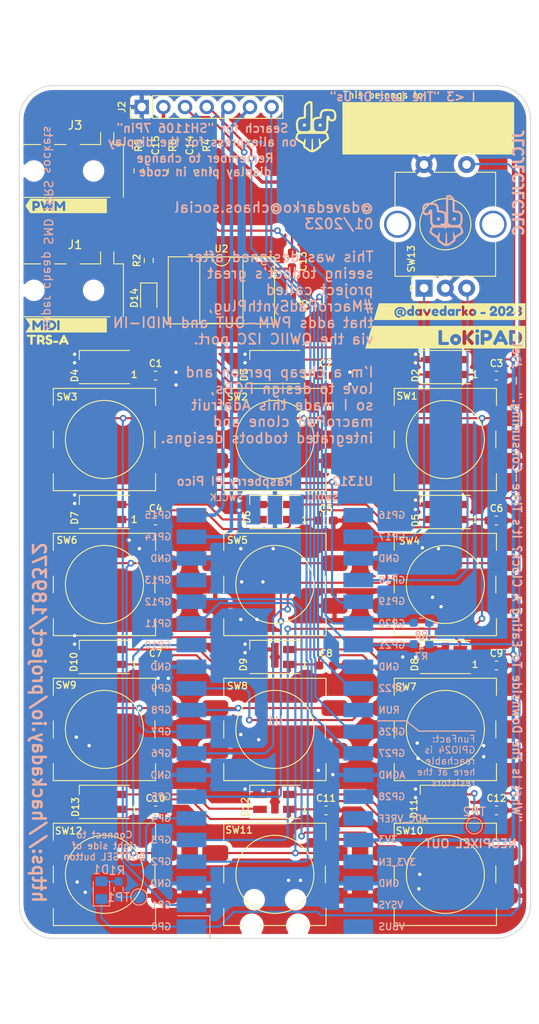
<source format=kicad_pcb>
(kicad_pcb (version 20211014) (generator pcbnew)
  (layers (0 "F.Cu" signal) (31 "B.Cu" signal) (34 "B.Paste" user) (35 "F.Paste" user) (36 "B.SilkS" user "B.Silkscreen") (37 "F.SilkS" user "F.Silkscreen") (38 "B.Mask" user) (39 "F.Mask" user) (44 "Edge.Cuts" user))
  (net 0 "")
  (net 1 "GP1")
  (net 2 "GND")
  (net 3 "GP4")
  (net 4 "GP7")
  (net 5 "GP10")
  (net 6 "GP2")
  (net 7 "GP5")
  (net 8 "GP8")
  (net 9 "GP11")
  (net 10 "GP3")
  (net 11 "GP6")
  (net 12 "GP9")
  (net 13 "GP12")
  (net 21 "Net-(D1-Pad2)")
  (net 22 "+5V")
  (net 23 "Net-(C13-Pad1)")
  (net 24 "Net-(D10-Pad2)")
  (net 25 "Net-(D2-Pad2)")
  (net 26 "Net-(D10-Pad4)")
  (net 27 "Net-(C14-Pad1)")
  (net 28 "Net-(C15-Pad2)")
  (net 29 "Net-(D6-Pad4)")
  (net 30 "VCC")
  (net 31 "USBBOOT")
  (net 32 "ROTB")
  (net 33 "ROTA")
  (net 34 "LED")
  (net 35 "DS_CLK")
  (net 36 "DS_DATA")
  (net 37 "DS_RES")
  (net 38 "DS_DC")
  (net 39 "DS_CS")
  (net 40 "SDA")
  (net 41 "SCL")
  (net 43 "Net-(D13-Pad4)")
  (net 44 "Net-(D11-Pad2)")
  (net 46 "Net-(D2-Pad4)")
  (net 47 "Net-(D3-Pad4)")
  (net 48 "Net-(D4-Pad4)")
  (net 49 "Net-(D5-Pad4)")
  (net 50 "Net-(D14-Pad1)")
  (net 51 "Net-(D12-Pad4)")
  (net 52 "Net-(D8-Pad4)")
  (net 53 "Net-(D11-Pad4)")
  (net 54 "Net-(J1-PadR1)")
  (net 55 "Net-(D14-Pad2)")
  (net 56 "Net-(R1-Pad2)")
  (footprint "LED_SMD:LED_SK6812MINI_PLCC4_3.5x3.5mm_P1.75mm" (layer "F.Cu") (at 10 67 180)
    (fp_text reference "D10")
    (fp_text value "WS2812B")
  )
  (footprint "kibuzzard-63D676B5" (layer "F.Cu") (at 50.5 26.5)
    (fp_text reference "kibuzzard-63D676B5" hide)
    (fp_text value "G***" hide)
  )
  (footprint "Resistor_SMD:R_0603_1608Metric_Pad0.98x0.95mm_HandSolder" (layer "F.Cu") (at 22 10 90)
    (fp_text reference "R4")
    (fp_text value "220")
  )
  (footprint "davedarko:SW_PUSH-12mm-SMD" (layer "F.Cu") (at 50 58.5)
    (fp_text reference "SW4")
    (fp_text value "SW_Push")
  )
  (footprint "Capacitor_SMD:C_0603_1608Metric_Pad1.08x0.95mm_HandSolder" (layer "F.Cu") (at 16 10 90)
    (fp_text reference "C15")
    (fp_text value "47uF")
  )
  (footprint "Package_DIP:DIP-6_W8.89mm_SMDSocket_LongPads" (layer "F.Cu") (at 23.725 24)
    (fp_text reference "U2")
    (fp_text value "H11L1")
  )
  (footprint "Capacitor_SMD:C_0603_1608Metric_Pad1.08x0.95mm_HandSolder" (layer "F.Cu") (at 56 34)
    (fp_text reference "C3")
    (fp_text value "100nF")
  )
  (footprint "Capacitor_SMD:C_0603_1608Metric_Pad1.08x0.95mm_HandSolder" (layer "F.Cu") (at 36 68)
    (fp_text reference "C8")
    (fp_text value "100nF")
  )
  (footprint "Capacitor_SMD:C_0603_1608Metric_Pad1.08x0.95mm_HandSolder" (layer "F.Cu") (at 56 68)
    (fp_text reference "C9")
    (fp_text value "100nF")
  )
  (footprint "davedarko:SW_PUSH-12mm-SMD" (layer "F.Cu") (at 30 92.5)
    (fp_text reference "SW11")
    (fp_text value "SW_Push")
  )
  (footprint "davedarko:SW_PUSH-12mm-SMD" (layer "F.Cu") (at 30 41.5)
    (fp_text reference "SW2")
    (fp_text value "SW_Push")
  )
  (footprint "Diode_SMD:D_0805_2012Metric_Pad1.15x1.40mm_HandSolder" (layer "F.Cu") (at 15.2 25 -90)
    (fp_text reference "D14")
    (fp_text value "1N4148")
  )
  (footprint "Capacitor_SMD:C_0603_1608Metric_Pad1.08x0.95mm_HandSolder" (layer "F.Cu") (at 36 85)
    (fp_text reference "C11")
    (fp_text value "100nF")
  )
  (footprint "kibuzzard-63E7EF8E" (layer "F.Cu") (at 3.35 29.8)
    (fp_text reference "kibuzzard-63E7EF8E" hide)
    (fp_text value "G***" hide)
  )
  (footprint "LED_SMD:LED_SK6812MINI_PLCC4_3.5x3.5mm_P1.75mm" (layer "F.Cu") (at 50 84 180)
    (fp_text reference "D11")
    (fp_text value "WS2812B")
  )
  (footprint "LED_SMD:LED_SK6812MINI_PLCC4_3.5x3.5mm_P1.75mm" (layer "F.Cu") (at 10 33 180)
    (fp_text reference "D4")
    (fp_text value "WS2812B")
  )
  (footprint "LED_SMD:LED_SK6812MINI_PLCC4_3.5x3.5mm_P1.75mm" (layer "F.Cu") (at 10 50 180)
    (fp_text reference "D7")
    (fp_text value "WS2812B")
  )
  (footprint "LED_SMD:LED_SK6812MINI_PLCC4_3.5x3.5mm_P1.75mm" (layer "F.Cu") (at 30 50 180)
    (fp_text reference "D6")
    (fp_text value "WS2812B")
  )
  (footprint "davedarko:SW_PUSH-12mm-SMD" (layer "F.Cu") (at 30 75.5)
    (fp_text reference "SW8")
    (fp_text value "SW_Push")
  )
  (footprint "Capacitor_SMD:C_0603_1608Metric_Pad1.08x0.95mm_HandSolder" (layer "F.Cu") (at 32 20.5 90)
    (fp_text reference "C13")
    (fp_text value "100nF")
  )
  (footprint "Resistor_SMD:R_0603_1608Metric_Pad0.98x0.95mm_HandSolder" (layer "F.Cu") (at 18 10 -90)
    (fp_text reference "R6")
    (fp_text value "1.8k")
  )
  (footprint "Rotary_Encoder:RotaryEncoder_Alps_EC11E-Switch_Vertical_H20mm_CircularMountingHoles" (layer "F.Cu") (at 47.5 23.75 90)
    (fp_text reference "SW13")
    (fp_text value "Rotary_Encoder_Switch")
  )
  (footprint "Capacitor_SMD:C_0603_1608Metric_Pad1.08x0.95mm_HandSolder" (layer "F.Cu") (at 56 85)
    (fp_text reference "C12")
    (fp_text value "100nF")
  )
  (footprint "davedarko:davedarko_logo_silk_outline" (layer "F.Cu") (at 34.8 4.8)
    (fp_text reference "Ref**" hide)
    (fp_text value "Val**" hide)
  )
  (footprint "LED_SMD:LED_SK6812MINI_PLCC4_3.5x3.5mm_P1.75mm" (layer "F.Cu") (at 50 67 180)
    (fp_text reference "D8")
    (fp_text value "WS2812B")
  )
  (footprint "Resistor_SMD:R_0603_1608Metric_Pad0.98x0.95mm_HandSolder" (layer "F.Cu") (at 14 10 90)
    (fp_text reference "R5")
    (fp_text value "100")
  )
  (footprint "Resistor_SMD:R_0603_1608Metric_Pad0.98x0.95mm_HandSolder" (layer "F.Cu") (at 15.2 20.5 -90)
    (fp_text reference "R2")
    (fp_text value "220")
  )
  (footprint "davedarko:SW_PUSH-12mm-SMD" (layer "F.Cu") (at 50 41.5)
    (fp_text reference "SW1")
    (fp_text value "SW_Push")
  )
  (footprint "davedarko:SW_PUSH-12mm-SMD" (layer "F.Cu") (at 10 92.5)
    (fp_text reference "SW12")
    (fp_text value "SW_Push")
  )
  (footprint "davedarko:SW_PUSH-12mm-SMD" (layer "F.Cu") (at 30 58.5)
    (fp_text reference "SW5")
    (fp_text value "SW_Push")
  )
  (footprint "LED_SMD:LED_SK6812MINI_PLCC4_3.5x3.5mm_P1.75mm" (layer "F.Cu") (at 30 67 180)
    (fp_text reference "D9")
    (fp_text value "WS2812B")
  )
  (footprint "davedarko:SW_PUSH-12mm-SMD" (layer "F.Cu") (at 10 58.5)
    (fp_text reference "SW6")
    (fp_text value "SW_Push")
  )
  (footprint "kibuzzard-63D6CFE9" (layer "F.Cu") (at 50 29.5)
    (fp_text reference "kibuzzard-63D6CFE9" hide)
    (fp_text value "G***" hide)
  )
  (footprint "LED_SMD:LED_SK6812MINI_PLCC4_3.5x3.5mm_P1.75mm" (layer "F.Cu") (at 30 84 180)
    (fp_text reference "D12")
    (fp_text value "WS2812B")
  )
  (footprint "Capacitor_SMD:C_0603_1608Metric_Pad1.08x0.95mm_HandSolder" (layer "F.Cu") (at 56 51)
    (fp_text reference "C6")
    (fp_text value "100nF")
  )
  (footprint "davedarko:Jack_3.5mm_PJ320D_Horizontal" (layer "F.Cu") (at 6.5 24)
    (fp_text reference "J1")
    (fp_text value "AudioJack4")
  )
  (footprint "Capacitor_SMD:C_0603_1608Metric_Pad1.08x0.95mm_HandSolder" (layer "F.Cu") (at 16 68)
    (fp_text reference "C7")
    (fp_text value "100nF")
  )
  (footprint "Capacitor_SMD:C_0603_1608Metric_Pad1.08x0.95mm_HandSolder" (layer "F.Cu") (at 36 51)
    (fp_text reference "C5")
    (fp_text value "100nF")
  )
  (footprint "kibuzzard-63D67702" (layer "F.Cu") (at 5.5 14.1)
    (fp_text reference "kibuzzard-63D67702" hide)
    (fp_text value "G***" hide)
  )
  (footprint "Capacitor_SMD:C_0603_1608Metric_Pad1.08x0.95mm_HandSolder" (layer "F.Cu") (at 20 10 -90)
    (fp_text reference "C14")
    (fp_text value "100nF")
  )
  (footprint "davedarko:SW_PUSH-12mm-SMD" (layer "F.Cu") (at 10 75.5)
    (fp_text reference "SW9")
    (fp_text value "SW_Push")
  )
  (footprint "kibuzzard-63D67711" (layer "F.Cu") (at 5.5 28.1)
    (fp_text reference "kibuzzard-63D67711" hide)
    (fp_text value "G***" hide)
  )
  (footprint "davedarko:SW_PUSH-12mm-SMD" (layer "F.Cu") (at 10 41.5)
    (fp_text reference "SW3")
    (fp_text value "SW_Push")
  )
  (footprint "Capacitor_SMD:C_0603_1608Metric_Pad1.08x0.95mm_HandSolder" (layer "F.Cu") (at 16 51)
    (fp_text reference "C4")
    (fp_text value "100nF")
  )
  (footprint "davedarko:SW_PUSH-12mm-SMD" (layer "F.Cu") (at 50 75.5)
    (fp_text reference "SW7")
    (fp_text value "SW_Push")
  )
  (footprint "davedarko:SW_PUSH-12mm-SMD" (layer "F.Cu") (at 50 92.5)
    (fp_text reference "SW10")
    (fp_text value "SW_Push")
  )
  (footprint "Capacitor_SMD:C_0603_1608Metric_Pad1.08x0.95mm_HandSolder" (layer "F.Cu") (at 36 34)
    (fp_text reference "C2")
    (fp_text value "100nF")
  )
  (footprint "Capacitor_SMD:C_0603_1608Metric_Pad1.08x0.95mm_HandSolder" (layer "F.Cu") (at 16 34)
    (fp_text reference "C1")
    (fp_text value "100nF")
  )
  (footprint "Capacitor_SMD:C_0603_1608Metric_Pad1.08x0.95mm_HandSolder" (layer "F.Cu") (at 16 85)
    (fp_text reference "C10")
    (fp_text value "100nF")
  )
  (footprint "LED_SMD:LED_SK6812MINI_PLCC4_3.5x3.5mm_P1.75mm" (layer "F.Cu") (at 30 33 180)
    (fp_text reference "D3")
    (fp_text value "WS2812B")
  )
  (footprint "davedarko:Jack_3.5mm_PJ320D_Horizontal" (layer "F.Cu") (at 6.5 10)
    (fp_text reference "J3")
    (fp_text value "AudioJack4")
  )
  (footprint "LED_SMD:LED_SK6812MINI_PLCC4_3.5x3.5mm_P1.75mm" (layer "F.Cu") (at 50 33 180)
    (fp_text reference "D2")
    (fp_text value "WS2812B")
  )
  (footprint "Connector_PinHeader_2.54mm:PinHeader_1x07_P2.54mm_Vertical" (layer "F.Cu") (at 14.375 2.5 90)
    (fp_text reference "J2")
    (fp_text value "Conn_01x07_Female")
  )
  (footprint "LED_SMD:LED_SK6812MINI_PLCC4_3.5x3.5mm_P1.75mm" (layer "F.Cu") (at 10 84 180)
    (fp_text reference "D13")
    (fp_text value "WS2812B")
  )
  (footprint "Resistor_SMD:R_0603_1608Metric_Pad0.98x0.95mm_HandSolder" (layer "F.Cu") (at 32 25.7 90)
    (fp_text reference "R3")
    (fp_text value "4.7k")
  )
  (footprint "LED_SMD:LED_SK6812MINI_PLCC4_3.5x3.5mm_P1.75mm" (layer "F.Cu") (at 50 50 180)
    (fp_text reference "D5")
    (fp_text value "WS2812B")
  )
  (footprint "Resistor_SMD:R_0603_1608Metric_Pad0.98x0.95mm_HandSolder" (layer "B.Cu") (at 11.6625 94.25 -90)
    (fp_text reference "R1")
    (fp_text value "220")
  )
  (footprint "Resistor_SMD:R_0603_1608Metric_Pad0.98x0.95mm_HandSolder" (layer "B.Cu") (at 47.2 62.99)
    (fp_text reference "R8")
    (fp_text value "4.7k")
  )
  (footprint "Resistor_SMD:R_0603_1608Metric_Pad0.98x0.95mm_HandSolder" (layer "B.Cu") (at 47.2 65.5)
    (fp_text reference "R7")
    (fp_text value "4.7k")
  )
  (footprint "Diode_SMD:D_0805_2012Metric_Pad1.15x1.40mm_HandSolder" (layer "B.Cu") (at 9.65 94.35 90)
    (fp_text reference "D1")
    (fp_text value "1N4148")
  )
  (footprint "TestPoint:TestPoint_Pad_D1.5mm" (layer "B.Cu") (at 14.05 95.15 180)
    (fp_text reference "TP1")
    (fp_text value "BOOTSEL")
  )
  (footprint "TestPoint:TestPoint_Pad_D1.5mm" (layer "B.Cu") (at 53.4 86.8 180)
    (fp_text reference "TP2")
    (fp_text value "NEOPIXEL_OUT")
  )
  (footprint "davedarko:davedarko_logo_silk_outline" (layer "B.Cu") (at 49.7 15.8 180)
    (fp_text reference "Ref**" hide)
    (fp_text value "Val**" hide)
  )
  (footprint "davedarko:RPi_Pico_SMD" (layer "B.Cu") (at 30 74.5)
    (fp_text reference "U1")
    (fp_text value "Pico")
  )
  (gr_line (start 45.4 74.5) (end 46.9 75.7) (layer "B.SilkS") (width 0.15))
  (gr_line (start 42.1 74.5) (end 45.4 74.5) (layer "B.SilkS") (width 0.15))
  (gr_line (start 46.9 75.7) (end 53.5 75.7) (layer "B.SilkS") (width 0.15))
  (gr_rect (start 38 2) (end 58 8) (layer "F.SilkS") (width 0.15) (fill solid))
  (gr_arc (start 56 0) (mid 58.828427 1.171573) (end 60 4) (layer "Edge.Cuts") (width 0.1))
  (gr_line (start 56 0) (end 4 0) (layer "Edge.Cuts") (width 0.1))
  (gr_arc (start 60 96) (mid 58.827987 98.827987) (end 56 100) (layer "Edge.Cuts") (width 0.1))
  (gr_line (start 60 4) (end 60 96) (layer "Edge.Cuts") (width 0.1))
  (gr_arc (start 4 100) (mid 1.174503 98.825496) (end 0 96) (layer "Edge.Cuts") (width 0.1))
  (gr_arc (start 0 4) (mid 1.171573 1.171573) (end 4 0) (layer "Edge.Cuts") (width 0.1))
  (gr_line (start 0 4) (end 0 96) (layer "Edge.Cuts") (width 0.1))
  (gr_line (start 56 100) (end 4 100) (layer "Edge.Cuts") (width 0.1))
  (gr_text "Search for {dblquote}SH1106 7Pin{dblquote}\non aliexpress for the display" (at 21.5 5.8) (layer "B.SilkS") (effects (font (size 1 1) (thickness 0.2)) (justify mirror)))
  (gr_text "FunFact:\nGPIO24 is\nreachable\nhere at the\nresistors" (at 53.6 79.2) (layer "B.SilkS") (effects (font (size 0.8 0.8) (thickness 0.12)) (justify left mirror)))
  (gr_text "@davedarko@chaos.social\n01/2023\n\nThis was designed after\nseeing todbot's great \nproject called\n#MacroPadSynthPlug,\nthat adds PWM-OUT and MIDI-IN\nvia the QWIIC I2C port.\n\nI'm a cheap person and\nlove to design PCBs,\nso I made this Adafruit\nmacroPad clone and \nintegrated todbots designs." (at 41.7 27.8) (layer "B.SilkS") (effects (font (size 1.2 1.2) (thickness 0.2)) (justify left mirror)))
  (gr_text "NEOPIXEL OUT" (at 53 88.9) (layer "B.SilkS") (effects (font (size 1 1) (thickness 0.2)) (justify mirror)))
  (gr_text "JLCJLCJLCJLC" (at 58.6 11.4 90) (layer "B.SilkS") (effects (font (size 1.2 1.2) (thickness 0.3)) (justify mirror)))
  (gr_text "{dblquote}What Is The Downside To Eating A Clock? It's Time-Consuming.{dblquote} - Joel" (at 58.4 86.5 270) (layer "B.SilkS") (effects (font (size 1 1) (thickness 0.2)) (justify left mirror)))
  (gr_text "Remember to change\ndisplay pins in code" (at 21.8 9.3) (layer "B.SilkS") (effects (font (size 1 1) (thickness 0.2)) (justify mirror)))
  (gr_text "I <3 {dblquote}The Last Of Us{dblquote}\n" (at 45 1.3) (layer "B.SilkS") (effects (font (size 1 1) (thickness 0.2)) (justify mirror)))
  (gr_text "super cheap SMD TRRS sockets" (at 3.4 16.7 270) (layer "B.SilkS") (effects (font (size 1 1)) (justify mirror)))
  (gr_text "Raspberry PI Pico" (at 25.3 46.4) (layer "B.SilkS") (effects (font (size 1 1) (thickness 0.2)) (justify mirror)))
  (gr_text "U1312" (at 39.1 46.4) (layer "B.SilkS") (effects (font (size 1 1) (thickness 0.2)) (justify mirror)))
  (gr_text "Connect to\nright side of\nBOOTSEL button" (at 10 89.15) (layer "B.SilkS") (effects (font (size 0.8 0.8)) (justify mirror)))
  (gr_text "https://hackaday.io/project/189372" (at 2.3 96 270) (layer "B.SilkS") (effects (font (size 1.5 1.5) (thickness 0.3)) (justify left mirror)))
  (gr_text "This belongs to:" (at 42.9 1.1) (layer "F.SilkS") (effects (font (size 0.8 0.8))))
  (segment (start 3 39) (end 17 39) (width 0.25) (layer "F.Cu") (net 1))
  (via (at 12.2 39) (size 0.8) (drill 0.4) (layers "F.Cu" "B.Cu") (net 1))
  (segment (start 17.25431 96.09) (end 12.150499 90.986189) (width 0.25) (layer "B.Cu") (net 1))
  (segment (start 12.150499 90.986189) (end 12.150499 39.049501) (width 0.25) (layer "B.Cu") (net 1))
  (segment (start 12.150499 39.049501) (end 12.2 39) (width 0.25) (layer "B.Cu") (net 1))
  (segment (start 21.11 96.09) (end 17.25431 96.09) (width 0.25) (layer "B.Cu") (net 1))
  (via (at 54.5 77.4) (size 0.8) (drill 0.4) (layers "F.Cu" "B.Cu") (net 2))
  (via (at 28.6 58.2) (size 0.8) (drill 0.4) (layers "F.Cu" "B.Cu") (net 2))
  (via (at 26.5 66.5) (size 0.8) (drill 0.4) (layers "F.Cu" "B.Cu") (net 2))
  (via (at 18.4 35.1) (size 0.8) (drill 0.4) (layers "F.Cu" "B.Cu") (net 2))
  (via (at 46.5 49.7) (size 0.8) (drill 0.4) (layers "F.Cu" "B.Cu") (net 2))
  (via (at 26 62.6) (size 0.8) (drill 0.4) (layers "F.Cu" "B.Cu") (net 2))
  (via (at 45 67) (size 0.8) (drill 0.4) (layers "F.Cu" "B.Cu") (net 2))
  (via (at 6.7 76.4) (size 0.8) (drill 0.4) (layers "F.Cu" "B.Cu") (net 2))
  (via (at 46.8 78.9) (size 0.8) (drill 0.4) (layers "F.Cu" "B.Cu") (net 2))
  (via (at 46.5 32.5) (size 0.8) (drill 0.4) (layers "F.Cu" "B.Cu") (net 2))
  (via (at 46.5 82.5) (size 0.8) (drill 0.4) (layers "F.Cu" "B.Cu") (net 2))
  (via (at 48.5 60) (size 0.8) (drill 0.4) (layers "F.Cu" "B.Cu") (net 2))
  (via (at 17.5 69.5) (size 0.8) (drill 0.4) (layers "F.Cu" "B.Cu") (net 2))
  (via (at 26 76.1) (size 0.8) (drill 0.4) (layers "F.Cu" "B.Cu") (net 2))
  (via (at 16.3 69.5) (size 0.8) (drill 0.4) (layers "F.Cu" "B.Cu") (net 2))
  (via (at 26 54.3) (size 0.8) (drill 0.4) (layers "F.Cu" "B.Cu") (net 2))
  (via (at 25.8 48.7) (size 0.8) (drill 0.4) (layers "F.Cu" "B.Cu") (net 2))
  (via (at 27.9 62.6) (size 0.8) (drill 0.4) (layers "F.Cu" "B.Cu") (net 2))
  (via (at 46.5 83.5) (size 0.8) (drill 0.4) (layers "F.Cu" "B.Cu") (net 2))
  (via (at 26.5 31.5) (size 0.8) (drill 0.4) (layers "F.Cu" "B.Cu") (net 2))
  (via (at 14.1 54.3) (size 0.8) (drill 0.4) (layers "F.Cu" "B.Cu") (net 2))
  (via (at 47 92.5) (size 0.8) (drill 0.4) (layers "F.Cu" "B.Cu") (net 2))
  (via (at 49.5 61.1) (size 0.8) (drill 0.4) (layers "F.Cu" "B.Cu") (net 2))
  (via (at 18.4 33.6) (size 0.8) (drill 0.4) (layers "F.Cu" "B.Cu") (net 2))
  (via (at 26.1 58.2) (size 0.8) (drill 0.4) (layers "F.Cu" "B.Cu") (net 2))
  (via (at 36.8 80.8) (size 0.8) (drill 0.4) (layers "F.Cu" "B.Cu") (net 2))
  (via (at 6.5 31.5) (size 0.8) (drill 0.4) (layers "F.Cu" "B.Cu") (net 2))
  (via (at 7.75 94.6) (size 0.8) (drill 0.4) (layers "F.Cu" "B.Cu") (net 2))
  (via (at 31.6 93.2) (size 0.8) (drill 0.4) (layers "F.Cu" "B.Cu") (net 2))
  (via (at 26.5 32.5) (size 0.8) (drill 0.4) (layers "F.Cu" "B.Cu") (net 2))
  (via (at 26.5 82.5) (size 0.8) (drill 0.4) (layers "F.Cu" "B.Cu") (net 2))
  (via (at 46.5 31.5) (size 0.8) (drill 0.4) (layers "F.Cu" "B.Cu") (net 2))
  (via (at 33 93.2) (size 0.8) (drill 0.4) (layers "F.Cu" "B.Cu") (net 2))
  (via (at 8.2 77.4) (size 0.8) (drill 0.4) (layers "F.Cu" "B.Cu") (net 2))
  (via (at 46.5 67.0245) (size 0.8) (drill 0.4) (layers "F.Cu" "B.Cu") (net 2))
  (via (at 35.1 80.3) (size 0.8) (drill 0.4) (layers "F.Cu" "B.Cu") (net 2))
  (via (at 28.596112 82.6655) (size 0.8) (drill 0.4) (layers "F.Cu" "B.Cu") (net 2))
  (via (at 46.9 94.2) (size 0.8) (drill 0.4) (layers "F.Cu" "B.Cu") (net 2))
  (via (at 49.2 54.3) (size 0.8) (drill 0.4) (layers "F.Cu" "B.Cu") (net 2))
  (via (at 47.3 54.2) (size 0.8) (drill 0.4) (layers "F.Cu" "B.Cu") (net 2))
  (via (at 46.5 48.6) (size 0.8) (drill 0.4) (layers "F.Cu" "B.Cu") (net 2))
  (via (at 6.5 64.5) (size 0.8) (drill 0.4) (layers "F.Cu" "B.Cu") (net 2))
  (via (at 6.8 93.4) (size 0.8) (drill 0.4) (layers "F.Cu" "B.Cu") (net 2))
  (via (at 29.8 54.3) (size 0.8) (drill 0.4) (layers "F.Cu" "B.Cu") (net 2))
  (via (at 38.8 33.6) (size 0.8) (drill 0.4) (layers "F.Cu" "B.Cu") (net 2))
  (via (at 6.5 48) (size 0.8) (drill 0.4) (layers "F.Cu" "B.Cu") (net 2))
  (via (at 6.5 32.5) (size 0.8) (drill 0.4) (layers "F.Cu" "B.Cu") (net 2))
  (via (at 28.1 76.7) (size 0.8) (drill 0.4) (layers "F.Cu" "B.Cu") (net 2))
  (via (at 25.8 49.8) (size 0.8) (drill 0.4) (layers "F.Cu" "B.Cu") (net 2))
  (via (at 26.5 65.5) (size 0.8) (drill 0.4) (layers "F.Cu" "B.Cu") (net 2))
  (via (at 12.9 53.3) (size 0.8) (drill 0.4) (layers "F.Cu" "B.Cu") (net 2))
  (via (at 6.5 65.5) (size 0.8) (drill 0.4) (layers "F.Cu" "B.Cu") (net 2))
  (via (at 6.5 49) (size 0.8) (drill 0.4) (layers "F.Cu" "B.Cu") (net 2))
  (via (at 46.7 77.1) (size 0.8) (drill 0.4) (layers "F.Cu" "B.Cu") (net 2))
  (via (at 54.5 78.7) (size 0.8) (drill 0.4) (layers "F.Cu" "B.Cu") (net 2))
  (via (at 38.8 35) (size 0.8) (drill 0.4) (layers "F.Cu" "B.Cu") (net 2))
  (segment (start 3 56) (end 16.8 56) (width 0.25) (layer "F.Cu") (net 3))
  (via (at 13.1 56) (size 0.8) (drill 0.4) (layers "F.Cu" "B.Cu") (net 3))
  (segment (start 15.87 85.93) (end 14.9 86.9) (width 0.25) (layer "B.Cu") (net 3))
  (segment (start 14.9 90.7) (end 14.2 91.4) (width 0.25) (layer "B.Cu") (net 3))
  (segment (start 13.2 91.4) (end 12.6 90.8) (width 0.25) (layer "B.Cu") (net 3))
  (segment (start 14.9 86.9) (end 14.9 90.7) (width 0.25) (layer "B.Cu") (net 3))
  (segment (start 12.6 90.8) (end 12.6 62.9) (width 0.25) (layer "B.Cu") (net 3))
  (segment (start 12.6 56.5) (end 13.1 56) (width 0.25) (layer "B.Cu") (net 3))
  (segment (start 14.2 91.4) (end 13.2 91.4) (width 0.25) (layer "B.Cu") (net 3))
  (segment (start 12.6 62.9) (end 12.6 56.5) (width 0.25) (layer "B.Cu") (net 3))
  (segment (start 21.11 85.93) (end 15.87 85.93) (width 0.25) (layer "B.Cu") (net 3))
  (segment (start 3 73) (end 16.5 73) (width 0.25) (layer "F.Cu") (net 4))
  (via (at 14.1 73) (size 0.8) (drill 0.4) (layers "F.Cu" "B.Cu") (net 4))
  (segment (start 21.11 75.77) (end 14.97 75.77) (width 0.25) (layer "B.Cu") (net 4))
  (segment (start 14.1 74.9) (end 14.1 73) (width 0.25) (layer "B.Cu") (net 4))
  (segment (start 14.97 75.77) (end 14.1 74.9) (width 0.25) (layer "B.Cu") (net 4))
  (segment (start 3 90) (end 17.2 90) (width 0.25) (layer "F.Cu") (net 5))
  (via (at 13.4 90) (size 0.8) (drill 0.4) (layers "F.Cu" "B.Cu") (net 5))
  (segment (start 13.3755 89.9755) (end 13.4 90) (width 0.25) (layer "B.Cu") (net 5))
  (segment (start 13.3755 66.9245) (end 13.3755 89.9755) (width 0.25) (layer "B.Cu") (net 5))
  (segment (start 21.11 65.61) (end 14.69 65.61) (width 0.25) (layer "B.Cu") (net 5))
  (segment (start 14.69 65.61) (end 13.3755 66.9245) (width 0.25) (layer "B.Cu") (net 5))
  (segment (start 23 39) (end 36.5 39) (width 0.25) (layer "F.Cu") (net 6))
  (via (at 33.440001 39) (size 0.8) (drill 0.4) (layers "F.Cu" "B.Cu") (net 6))
  (segment (start 33.59 91.01) (end 33.851497 90.748503) (width 0.25) (layer "B.Cu") (net 6))
  (segment (start 21.11 91.01) (end 33.59 91.01) (width 0.25) (layer "B.Cu") (net 6))
  (segment (start 33.715 39.274999) (end 33.440001 39) (width 0.25) (layer "B.Cu") (net 6))
  (segment (start 33.851497 67.558567) (end 33.715 67.42207) (width 0.25) (layer "B.Cu") (net 6))
  (segment (start 33.851497 90.748503) (end 33.851497 67.558567) (width 0.25) (layer "B.Cu") (net 6))
  (segment (start 33.715 67.42207) (end 33.715 39.274999) (width 0.25) (layer "B.Cu") (net 6))
  (segment (start 30.7 56) (end 30.7 62.8) (width 0.25) (layer "F.Cu") (net 7))
  (segment (start 23 56) (end 30.7 56) (width 0.25) (layer "F.Cu") (net 7))
  (segment (start 30.7 62.8) (end 30.712299 62.812299) (width 0.25) (layer "F.Cu") (net 7))
  (segment (start 30.7 56) (end 36.9 56) (width 0.25) (layer "F.Cu") (net 7))
  (via (at 30.712299 62.812299) (size 0.8) (drill 0.4) (layers "F.Cu" "B.Cu") (net 7))
  (segment (start 30.7 62.824598) (end 30.712299 62.812299) (width 0.25) (layer "B.Cu") (net 7))
  (segment (start 21.11 83.39) (end 30.51 83.39) (width 0.25) (layer "B.Cu") (net 7))
  (segment (start 30.51 83.39) (end 30.7 83.2) (width 0.25) (layer "B.Cu") (net 7))
  (segment (start 30.7 83.2) (end 30.7 62.824598) (width 0.25) (layer "B.Cu") (net 7))
  (segment (start 23 73) (end 36.7 73) (width 0.25) (layer "F.Cu") (net 8))
  (via (at 25.7 73) (size 0.8) (drill 0.4) (layers "F.Cu" "B.Cu") (net 8))
  (segment (start 25.7 73) (end 25.47 73.23) (width 0.25) (layer "B.Cu") (net 8))
  (segment (start 25.47 73.23) (end 21.11 73.23) (width 0.25) (layer "B.Cu") (net 8))
  (segment (start 23 90) (end 37.5 90) (width 0.25) (layer "F.Cu") (net 9))
  (via (at 32.4 90) (size 0.8) (drill 0.4) (layers "F.Cu" "B.Cu") (net 9))
  (segment (start 32.4 61.275402) (end 32.4 90) (width 0.25) (layer "B.Cu") (net 9))
  (segment (start 21.11 63.07) (end 23.5045 60.6755) (width 0.25) (layer "B.Cu") (net 9))
  (segment (start 31.800098 60.6755) (end 32.4 61.275402) (width 0.25) (layer "B.Cu") (net 9))
  (segment (start 23.5045 60.6755) (end 31.800098 60.6755) (width 0.25) (layer "B.Cu") (net 9))
  (segment (start 31.5 63.7) (end 53.1 63.7) (width 0.25) (layer "F.Cu") (net 10))
  (segment (start 43 39) (end 56.8 39) (width 0.25) (layer "F.Cu") (net 10))
  (segment (start 53.1 63.7) (end 54.3 62.5) (width 0.25) (layer "F.Cu") (net 10))
  (via (at 54.3 62.5) (size 0.8) (drill 0.4) (layers "F.Cu" "B.Cu") (net 10))
  (via (at 54.3 39) (size 0.8) (drill 0.4) (layers "F.Cu" "B.Cu") (net 10))
  (via (at 31.5 63.7) (size 0.8) (drill 0.4) (layers "F.Cu" "B.Cu") (net 10))
  (segment (start 31.5 77.9) (end 31.5 63.7) (width 0.25) (layer "B.Cu") (net 10))
  (segment (start 54.3 62.5) (end 54.3 39) (width 0.25) (layer "B.Cu") (net 10))
  (segment (start 31.5 88) (end 31.5 77.9) (width 0.25) (layer "B.Cu") (net 10))
  (segment (start 21.11 88.47) (end 31.03 88.47) (width 0.25) (layer "B.Cu") (net 10))
  (segment (start 31.03 88.47) (end 31.5 88) (width 0.25) (layer "B.Cu") (net 10))
  (segment (start 33 58.3) (end 42.6 58.3) (width 0.25) (layer "F.Cu") (net 11))
  (segment (start 31.5 59.8) (end 33 58.3) (width 0.25) (layer "F.Cu") (net 11))
  (segment (start 31.5 61.4) (end 31.5 59.8) (width 0.25) (layer "F.Cu") (net 11))
  (segment (start 43.1 57.8) (end 43.1 56.1) (width 0.25) (layer "F.Cu") (net 11))
  (segment (start 42.6 58.3) (end 43.1 57.8) (width 0.25) (layer "F.Cu") (net 11))
  (segment (start 43 56) (end 56.6 56) (width 0.25) (layer "F.Cu") (net 11))
  (via (at 31.5 61.4) (size 0.8) (drill 0.4) (layers "F.Cu" "B.Cu") (net 11))
  (segment (start 29.8 62.4) (end 30.8 61.4) (width 0.25) (layer "B.Cu") (net 11))
  (segment (start 29.8 77.4) (end 29.8 62.8) (width 0.25) (layer "B.Cu") (net 11))
  (segment (start 29.6 77.6) (end 29.8 77.4) (width 0.25) (layer "B.Cu") (net 11))
  (segment (start 29.8 62.8) (end 29.8 62.4) (width 0.25) (layer "B.Cu") (net 11))
  (segment (start 21.11 78.31) (end 28.89 78.31) (width 0.25) (layer "B.Cu") (net 11))
  (segment (start 30.8 61.4) (end 31.5 61.4) (width 0.25) (layer "B.Cu") (net 11))
  (segment (start 28.89 78.31) (end 29.6 77.6) (width 0.25) (layer "B.Cu") (net 11))
  (segment (start 43 73) (end 56.9 73) (width 0.25) (layer "F.Cu") (net 12))
  (segment (start 40.5 73) (end 43.1 73) (width 0.25) (layer "F.Cu") (net 12))
  (segment (start 27 74.4) (end 39.1 74.4) (width 0.25) (layer "F.Cu") (net 12))
  (segment (start 39.1 74.4) (end 40.5 73) (width 0.25) (layer "F.Cu") (net 12))
  (via (at 27 74.4) (size 0.8) (drill 0.4) (layers "F.Cu" "B.Cu") (net 12))
  (segment (start 21.11 70.69) (end 26.49 70.69) (width 0.25) (layer "B.Cu") (net 12))
  (segment (start 27 71.2) (end 27 74.4) (width 0.25) (layer "B.Cu") (net 12))
  (segment (start 26.49 70.69) (end 27 71.2) (width 0.25) (layer "B.Cu") (net 12))
  (segment (start 40.6 87.6) (end 33.546653 87.6) (width 0.25) (layer "F.Cu") (net 13))
  (segment (start 33.546653 87.6) (end 33.1245 88.022153) (width 0.25) (layer "F.Cu") (net 13))
  (segment (start 43 90) (end 40.6 87.6) (width 0.25) (layer "F.Cu") (net 13))
  (segment (start 43 90) (end 57 90) (width 0.25) (layer "F.Cu") (net 13))
  (via (at 33.1245 88.022153) (size 0.8) (drill 0.4) (layers "F.Cu" "B.Cu") (net 13))
  (segment (start 20.874001 60.225999) (end 31.986287 60.225999) (width 0.25) (layer "B.Cu") (net 13))
  (segment (start 31.986287 60.225999) (end 33.1245 61.364212) (width 0.25) (layer "B.Cu") (net 13))
  (segment (start 33.1245 61.364212) (end 33.1245 88.022153) (width 0.25) (layer "B.Cu") (net 13))
  (segment (start 11.625 93.325) (end 11.75 93.2) (width 0.25) (layer "B.Cu") (net 21))
  (segment (start 9.65 93.325) (end 11.625 93.325) (width 0.25) (layer "B.Cu") (net 21))
  (segment (start 32 24.0875) (end 32 24.8) (width 0.25) (layer "F.Cu") (net 23))
  (segment (start 28.17 21.46) (end 31.96 21.46) (width 0.25) (layer "F.Cu") (net 23))
  (segment (start 32 24.0875) (end 32 21.5) (width 0.25) (layer "F.Cu") (net 23))
  (segment (start 21.125 66.125) (end 22.9 67.9) (width 0.25) (layer "F.Cu") (net 24))
  (segment (start 11.75 66.125) (end 21.125 66.125) (width 0.25) (layer "F.Cu") (net 24))
  (segment (start 22.9 67.9) (end 28.3 67.9) (width 0.25) (layer "F.Cu") (net 24))
  (segment (start 51.1 30.7) (end 1.4 30.7) (width 0.25) (layer "F.Cu") (net 25))
  (segment (start 0.8 50.4) (end 1.3 50.9) (width 0.25) (layer "F.Cu") (net 25))
  (segment (start 51.75 31.35) (end 51.1 30.7) (width 0.25) (layer "F.Cu") (net 25))
  (segment (start 51.75 32.125) (end 51.75 31.35) (width 0.25) (layer "F.Cu") (net 25))
  (segment (start 1.4 30.7) (end 0.8 31.3) (width 0.25) (layer "F.Cu") (net 25))
  (segment (start 1.3 50.9) (end 8.4 50.9) (width 0.25) (layer "F.Cu") (net 25))
  (segment (start 0.8 31.3) (end 0.8 50.4) (width 0.25) (layer "F.Cu") (net 25))
  (segment (start 10.6 47.4) (end 10 48) (width 0.25) (layer "F.Cu") (net 26))
  (segment (start 50.8 47.4) (end 10.6 47.4) (width 0.25) (layer "F.Cu") (net 26))
  (segment (start 1.3 53.5) (end 0.8 54) (width 0.25) (layer "F.Cu") (net 26))
  (segment (start 0.8 67.2) (end 1.5 67.9) (width 0.25) (layer "F.Cu") (net 26))
  (segment (start 1.5 67.9) (end 8.3 67.9) (width 0.25) (layer "F.Cu") (net 26))
  (segment (start 10 48) (end 10 52.8) (width 0.25) (layer "F.Cu") (net 26))
  (segment (start 51.75 49.125) (end 51.75 48.35) (width 0.25) (layer "F.Cu") (net 26))
  (segment (start 0.8 54) (end 0.8 67.2) (width 0.25) (layer "F.Cu") (net 26))
  (segment (start 10 52.8) (end 9.3 53.5) (width 0.25) (layer "F.Cu") (net 26))
  (segment (start 9.3 53.5) (end 1.3 53.5) (width 0.25) (layer "F.Cu") (net 26))
  (segment (start 51.75 48.35) (end 50.8 47.4) (width 0.25) (layer "F.Cu") (net 26))
  (segment (start 22 9.0875) (end 20.0125 9.0875) (width 0.25) (layer "F.Cu") (net 27))
  (segment (start 16.8625 10) (end 19.2 10) (width 0.25) (layer "F.Cu") (net 27))
  (segment (start 16 10.8625) (end 16.8625 10) (width 0.25) (layer "F.Cu") (net 27))
  (segment (start 19.2 10) (end 20 9.2) (width 0.25) (layer "F.Cu") (net 27))
  (segment (start 14 10.9125) (end 15.9875 10.9125) (width 0.25) (layer "F.Cu") (net 27))
  (segment (start 16 7.5) (end 16 9) (width 0.25) (layer "F.Cu") (net 28))
  (segment (start 18 9.0875) (end 16.0125 9.0875) (width 0.25) (layer "F.Cu") (net 28))
  (segment (start 6.325 6.75) (end 10.25 6.75) (width 0.25) (layer "F.Cu") (net 28))
  (segment (start 10.325 6.75) (end 15.25 6.75) (width 0.25) (layer "F.Cu") (net 28))
  (segment (start 15.25 6.75) (end 16 7.5) (width 0.25) (layer "F.Cu") (net 28))
  (segment (start 28.25 50.875) (end 23.875 50.875) (width 0.25) (layer "F.Cu") (net 29))
  (segment (start 23.875 50.875) (end 22.125 49.125) (width 0.25) (layer "F.Cu") (net 29))
  (segment (start 11.75 49.125) (end 22.125 49.125) (width 0.25) (layer "F.Cu") (net 29))
  (segment (start 31.4 34.8) (end 24.7 34.8) (width 0.25) (layer "F.Cu") (net 30))
  (segment (start 31.75 68.65) (end 31.5 68.9) (width 0.25) (layer "F.Cu") (net 30))
  (segment (start 15.2 50.2) (end 15.2 50.9) (width 0.25) (layer "F.Cu") (net 30))
  (segment (start 51.4 69.1) (end 42.6 69.1) (width 0.25) (layer "F.Cu") (net 30))
  (segment (start 31.75 85.65) (end 31.4 86) (width 0.25) (layer "F.Cu") (net 30))
  (segment (start 31.75 51.65) (end 31.4 52) (width 0.25) (layer "F.Cu") (net 30))
  (segment (start 51.75 67.875) (end 51.75 68.75) (width 0.25) (layer "F.Cu") (net 30))
  (segment (start 51.3 35) (end 45.5 35) (width 0.25) (layer "F.Cu") (net 30))
  (segment (start 15.2 84.2) (end 15.2 85) (width 0.25) (layer "F.Cu") (net 30))
  (segment (start 42.6 69.1) (end 40.3 66.8) (width 0.25) (layer "F.Cu") (net 30))
  (segment (start 42.7 86.2) (end 40.4 83.9) (width 0.25) (layer "F.Cu") (net 30))
  (segment (start 15.2 33.1) (end 15.2 33.9) (width 0.25) (layer "F.Cu") (net 30))
  (segment (start 35.5 83.9) (end 35.2 84.2) (width 0.25) (layer "F.Cu") (net 30))
  (segment (start 15.6 49.8) (end 15.2 50.2) (width 0.25) (layer "F.Cu") (net 30))
  (segment (start 58 8.1) (end 58 32.0755) (width 0.4) (layer "F.Cu") (net 30))
  (segment (start 23.8 6.6) (end 25.1 7.9) (width 0.4) (layer "F.Cu") (net 30))
  (segment (start 22.9 68.9) (end 20.8 66.8) (width 0.25) (layer "F.Cu") (net 30))
  (segment (start 55.1375 68) (end 55.1375 67.0625) (width 0.25) (layer "F.Cu") (net 30))
  (segment (start 55.5 66.7) (end 57.9755 66.7) (width 0.25) (layer "F.Cu") (net 30))
  (segment (start 22.7 32.8) (end 15.5 32.8) (width 0.25) (layer "F.Cu") (net 30))
  (segment (start 31.9 7.7) (end 33.1 6.5) (width 0.4) (layer "F.Cu") (net 30))
  (segment (start 51.75 84.875) (end 51.75 85.65) (width 0.25) (layer "F.Cu") (net 30))
  (segment (start 51.75 33.875) (end 55.275 33.875) (width 0.25) (layer "F.Cu") (net 30))
  (segment (start 55.9 32.1) (end 57.9755 32.1) (width 0.25) (layer "F.Cu") (net 30))
  (segment (start 33.1 6.5) (end 56.6 6.5) (width 0.4) (layer "F.Cu") (net 30))
  (segment (start 28.5 11.3) (end 31.9 11.3) (width 0.4) (layer "F.Cu") (net 30))
  (segment (start 35.2 50.1) (end 35.2 50.9) (width 0.25) (layer "F.Cu") (net 30))
  (segment (start 15.5 32.8) (end 15.2 33.1) (width 0.25) (layer "F.Cu") (net 30))
  (segment (start 51.75 85.65) (end 51.2 86.2) (width 0.25) (layer "F.Cu") (net 30))
  (segment (start 15.7 83.7) (end 15.2 84.2) (width 0.25) (layer "F.Cu") (net 30))
  (segment (start 31.75 33.875) (end 34.875 33.875) (width 0.25) (layer "F.Cu") (net 30))
  (segment (start 55.1375 67.0625) (end 55.5 66.7) (width 0.25) (layer "F.Cu") (net 30))
  (segment (start 11.75 84.875) (end 14.975 84.875) (width 0.25) (layer "F.Cu") (net 30))
  (segment (start 23.9 52) (end 21.7 49.8) (width 0.25) (layer "F.Cu") (net 30))
  (segment (start 31.75 84.875) (end 31.75 85.65) (width 0.25) (layer "F.Cu") (net 30))
  (segment (start 32 19.6375) (end 32 11.4) (width 0.25) (layer "F.Cu") (net 30))
  (segment (start 56 83) (end 57.9755 83) (width 0.25) (layer "F.Cu") (net 30))
  (segment (start 25.1 7.9) (end 25.8 8.6) (width 0.4) (layer "F.Cu") (net 30))
  (segment (start 16.915 4.515) (end 18.9 6.5) (width 0.4) (layer "F.Cu") (net 30))
  (segment (start 55.1375 85) (end 55.1375 83.8625) (width 0.25) (layer "F.Cu") (net 30))
  (segment (start 31.9 11.3) (end 31.9 7.7) (width 0.4) (layer "F.Cu") (net 30))
  (segment (start 35.2 67.2) (end 35.2 67.8) (width 0.25) (layer "F.Cu") (net 30))
  (segment (start 51.5 51.8) (end 42.3 51.8) (width 0.25) (layer "F.Cu") (net 30))
  (segment (start 32 11.4) (end 31.9 11.3) (width 0.25) (layer "F.Cu") (net 30))
  (segment (start 35.2 33.2) (end 35.2 33.9) (width 0.25) (layer "F.Cu") (net 30))
  (segment (start 45.5 35) (end 43.2 32.7) (width 0.25) (layer "F.Cu") (net 30))
  (segment (start 11.75 67.875) (end 14.975 67.875) (width 0.25) (layer "F.Cu") (net 30))
  (segment (start 15.2 67.2) (end 15.2 67.9) (width 0.25) (layer "F.Cu") (net 30))
  (segment (start 55.1375 51) (end 55.1375 50.0625) (width 0.25) (layer "F.Cu") (net 30))
  (segment (start 16.915 2.5) (end 16.915 4.515) (width 0.4) (layer "F.Cu") (net 30))
  (segment (start 19 6.6) (end 23.1 6.6) (width 0.4) (layer "F.Cu") (net 30))
  (segment (start 25.8 8.6) (end 28.4 11.2) (width 0.4) (layer "F.Cu") (net 30))
  (segment (start 20.8 66.8) (end 15.6 66.8) (width 0.25) (layer "F.Cu") (net 30))
  (segment (start 51.75 34.55) (end 51.3 35) (width 0.25) (layer "F.Cu") (net 30))
  (segment (start 23.1 6.6) (end 23.8 6.6) (width 0.4) (layer "F.Cu") (net 30))
  (segment (start 31.75 33.875) (end 31.75 34.45) (width 0.25) (layer "F.Cu") (net 30))
  (segment (start 31.75 50.875) (end 31.75 51.65) (width 0.25) (layer "F.Cu") (net 30))
  (segment (start 31.75 67.875) (end 35.275 67.875) (width 0.25) (layer "F.Cu") (net 30))
  (segment (start 43.2 32.7) (end 35.7 32.7) (width 0.25) (layer "F.Cu") (net 30))
  (segment (start 51.75 50.875) (end 51.75 51.55) (width 0.25) (layer "F.Cu") (net 30))
  (segment (start 51.75 84.875) (end 55.075 84.875) (width 0.25) (layer "F.Cu") (net 30))
  (segment (start 31.4 86) (end 22.4 86) (width 0.25) (layer "F.Cu") (net 30))
  (segment (start 11.75 33.875) (end 14.975 33.875) (width 0.25) (layer "F.Cu") (net 30))
  (segment (start 55.1375 32.8625) (end 55.9 32.1) (width 0.25) (layer "F.Cu") (net 30))
  (segment (start 20.1 83.7) (end 15.7 83.7) (width 0.25) (layer "F.Cu") (net 30))
  (segment (start 35.7 32.7) (end 35.2 33.2) (width 0.25) (layer "F.Cu") (net 30))
  (segment (start 56.827269 48.372731) (end 57.9755 48.372731) (width 0.25) (layer "F.Cu") (net 30))
  (segment (start 22.4 86) (end 20.1 83.7) (width 0.25) (layer "F.Cu") (net 30))
  (segment (start 40.3 49.8) (end 35.5 49.8) (width 0.25) (layer "F.Cu") (net 30))
  (segment (start 51.75 50.875) (end 55.125 50.875) (width 0.25) (layer "F.Cu") (net 30))
  (segment (start 21.7 49.8) (end 15.6 49.8) (width 0.25) (layer "F.Cu") (net 30))
  (segment (start 15.6 66.8) (end 15.2 67.2) (width 0.25) (layer "F.Cu") (net 30))
  (segment (start 40.3 66.8) (end 35.6 66.8) (width 0.25) (layer "F.Cu") (net 30))
  (segment (start 51.75 67.875) (end 55.125 67.875) (width 0.25) (layer "F.Cu") (net 30))
  (segment (start 31.75 67.875) (end 31.75 68.65) (width 0.25) (layer "F.Cu") (net 30))
  (segment (start 31.75 50.875) (end 34.975 50.875) (width 0.25) (layer "F.Cu") (net 30))
  (segment (start 35.5 49.8) (end 35.2 50.1) (width 0.25) (layer "F.Cu") (net 30))
  (segment (start 55.1375 34) (end 55.1375 32.8625) (width 0.25) (layer "F.Cu") (net 30))
  (segment (start 55.1375 83.8625) (end 56 83) (width 0.25) (layer "F.Cu") (net 30))
  (segment (start 35.6 66.8) (end 35.2 67.2) (width 0.25) (layer "F.Cu") (net 30))
  (segment (start 51.75 33.875) (end 51.75 34.55) (width 0.25) (layer "F.Cu") (net 30))
  (segment (start 31.5 68.9) (end 22.9 68.9) (width 0.25) (layer "F.Cu") (net 30))
  (segment (start 31.75 34.45) (end 31.4 34.8) (width 0.25) (layer "F.Cu") (net 30))
  (segment (start 31.75 84.875) (end 35.075 84.875) (width 0.25) (layer "F.Cu") (net 30))
  (segment (start 35.2 84.2) (end 35.2 84.9) (width 0.25) (layer "F.Cu") (net 30))
  (segment (start 55.1375 50.0625) (end 56.827269 48.372731) (width 0.25) (layer "F.Cu") (net 30))
  (segment (start 28.4 11.2) (end 28.5 11.3) (width 0.4) (layer "F.Cu") (net 30))
  (segment (start 56.6 6.5) (end 58 8.1) (width 0.4) (layer "F.Cu") (net 30))
  (segment (start 58 32.0755) (end 57.9755 32.1) (width 0.4) (layer "F.Cu") (net 30))
  (segment (start 11.75 50.875) (end 14.575 50.875) (width 0.25) (layer "F.Cu") (net 30))
  (segment (start 51.2 86.2) (end 42.7 86.2) (width 0.25) (layer "F.Cu") (net 30))
  (segment (start 51.75 51.55) (end 51.5 51.8) (width 0.25) (layer "F.Cu") (net 30))
  (segment (start 51.75 68.75) (end 51.4 69.1) (width 0.25) (layer "F.Cu") (net 30))
  (segment (start 31.4 52) (end 23.9 52) (width 0.25) (layer "F.Cu") (net 30))
  (segment (start 18.9 6.5) (end 19 6.6) (width 0.4) (layer "F.Cu") (net 30))
  (segment (start 24.7 34.8) (end 22.7 32.8) (width 0.25) (layer "F.Cu") (net 30))
  (segment (start 40.4 83.9) (end 35.5 83.9) (width 0.25) (layer "F.Cu") (net 30))
  (segment (start 42.3 51.8) (end 40.3 49.8) (width 0.25) (layer "F.Cu") (net 30))
  (via (at 57.9755 83) (size 0.8) (drill 0.4) (layers "F.Cu" "B.Cu") (net 30))
  (via (at 57.9755 32.1) (size 0.8) (drill 0.4) (layers "F.Cu" "B.Cu") (net 30))
  (via (at 57.9755 48.372731) (size 0.8) (drill 0.4) (layers "F.Cu" "B.Cu") (net 30))
  (via (at 57.9755 66.7) (size 0.8) (drill 0.4) (layers "F.Cu" "B.Cu") (net 30))
  (segment (start 57.53 88.47) (end 57.9755 88.0245) (width 0.4) (layer "B.Cu") (net 30))
  (segment (start 57.9755 65.5755) (end 57.9755 48.372731) (width 0.4) (layer "B.Cu") (net 30))
  (segment (start 57.9755 32.1) (end 57.9755 48.372731) (width 0.4) (layer "B.Cu") (net 30))
  (segment (start 48.1125 62.99) (end 48.1125 65.4875) (width 0.25) (layer "B.Cu") (net 30))
  (segment (start 57.9755 88.0245) (end 57.9755 83) (width 0.4) (layer "B.Cu") (net 30))
  (segment (start 38.89 88.47) (end 57.53 88.47) (width 0.4) (layer "B.Cu") (net 30))
  (segment (start 57.9755 66.7) (end 57.9755 65.5755) (width 0.4) (layer "B.Cu") (net 30))
  (segment (start 57.9755 66.7) (end 57.9755 83) (width 0.4) (layer "B.Cu") (net 30))
  (segment (start 48.1125 65.5) (end 57.9 65.5) (width 0.25) (layer "B.Cu") (net 30))
  (segment (start 57.9 65.5) (end 57.9755 65.5755) (width 0.25) (layer "B.Cu") (net 30))
  (segment (start 35 96.9) (end 35.4 97.3) (width 0.25) (layer "B.Cu") (net 31))
  (segment (start 23.47 98.63) (end 25.2 96.9) (width 0.25) (layer "B.Cu") (net 31))
  (segment (start 58.7 10.5) (end 57.4 9.2) (width 0.25) (layer "B.Cu") (net 31))
  (segment (start 9.65 97.6) (end 9.65 95.35) (width 0.25) (layer "B.Cu") (net 31))
  (segment (start 35.4 97.3) (end 57.7 97.3) (width 0.25) (layer "B.Cu") (net 31))
  (segment (start 21.11 98.63) (end 23.47 98.63) (width 0.25) (layer "B.Cu") (net 31))
  (segment (start 25.2 96.9) (end 35 96.9) (width 0.25) (layer "B.Cu") (net 31))
  (segment (start 57.7 97.3) (end 58.7 96.3) (width 0.25) (layer "B.Cu") (net 31))
  (segment (start 10.68 98.63) (end 9.65 97.6) (width 0.25) (layer "B.Cu") (net 31))
  (segment (start 57.4 9.2) (end 52.5 9.2) (width 0.25) (layer "B.Cu") (net 31))
  (segment (start 21.11 98.63) (end 10.68 98.63) (width 0.25) (layer "B.Cu") (net 31))
  (segment (start 58.7 96.3) (end 58.7 10.5) (width 0.25) (layer "B.Cu") (net 31))
  (segment (start 38.89 57.99) (end 51.31 57.99) (width 0.25) (layer "B.Cu") (net 32))
  (segment (start 51.31 57.99) (end 52.6 56.7) (width 0.25) (layer "B.Cu") (net 32))
  (segment (start 52.6 56.7) (end 52.6 23.7) (width 0.25) (layer "B.Cu") (net 32))
  (segment (start 46.2 52.9) (end 39.9 52.9) (width 0.25) (layer "B.Cu") (net 33))
  (segment (start 47.5 51.6) (end 46.2 52.9) (width 0.25) (layer "B.Cu") (net 33))
  (segment (start 47.5 23.75) (end 47.5 51.6) (width 0.25) (layer "B.Cu") (net 33))
  (segment (start 26.4 7.8) (end 22.275 3.675) (width 0.25) (layer "F.Cu") (net 35))
  (segment (start 22.275 3.675) (end 20.575 3.675) (width 0.25) (layer "F.Cu") (net 35))
  (segment (start 20.575 3.675) (end 19.4 2.5) (width 0.25) (layer "F.Cu") (net 35))
  (via (at 26.4 7.8) (size 0.8) (drill 0.4) (layers "F.Cu" "B.Cu") (net 35))
  (segment (start 26.4 7) (end 26.8 6.6) (width 0.25) (layer "B.Cu") (net 35))
  (segment (start 34.614002 25.799866) (end 34.614002 67.049692) (width 0.25) (layer "B.Cu") (net 35))
  (segment (start 28.5 6.6) (end 29.001996 7.101996) (width 0.25) (layer "B.Cu") (net 35))
  (segment (start 29.001996 20.18786) (end 34.614002 25.799866) (width 0.25) (layer "B.Cu") (net 35))
  (segment (start 34.750499 67.186189) (end 34.750499 71.630499) (width 0.25) (layer "B.Cu") (net 35))
  (segment (start 26.8 6.6) (end 28.5 6.6) (width 0.25) (layer "B.Cu") (net 35))
  (segment (start 29.001996 7.101996) (end 29.001996 20.18786) (width 0.25) (layer "B.Cu") (net 35))
  (segment (start 26.4 7.8) (end 26.4 7) (width 0.25) (layer "B.Cu") (net 35))
  (segment (start 34.750499 71.630499) (end 38.89 75.77) (width 0.25) (layer "B.Cu") (net 35))
  (segment (start 34.614002 67.049692) (end 34.750499 67.186189) (width 0.25) (layer "B.Cu") (net 35))
  (segment (start 22 2.3) (end 27.22264 7.52264) (width 0.25) (layer "F.Cu") (net 36))
  (segment (start 27.22264 7.52264) (end 27.22264 8.5245) (width 0.25) (layer "F.Cu") (net 36))
  (via (at 27.22264 8.5245) (size 0.8) (drill 0.4) (layers "F.Cu" "B.Cu") (net 36))
  (segment (start 34.164501 25.986055) (end 27.22264 19.044194) (width 0.25) (layer "B.Cu") (net 36))
  (segment (start 34.300998 73.720998) (end 34.300998 67.372378) (width 0.25) (layer "B.Cu") (net 36))
  (segment (start 34.300998 67.372378) (end 34.164501 67.235881) (width 0.25) (layer "B.Cu") (net 36))
  (segment (start 27.22264 19.044194) (end 27.22264 8.5245) (width 0.25) (layer "B.Cu") (net 36))
  (segment (start 38.89 78.31) (end 34.300998 73.720998) (width 0.25) (layer "B.Cu") (net 36))
  (segment (start 34.164501 67.235881) (end 34.164501 25.986055) (width 0.25) (layer "B.Cu") (net 36))
  (segment (start 21.11 50.37) (end 22.93 50.37) (width 0.4) (layer "B.Cu") (net 37))
  (segment (start 23.9 3.1) (end 24.5 2.5) (width 0.4) (layer "B.Cu") (net 37))
  (segment (start 23.9 49.4) (end 23.9 3.1) (width 0.4) (layer "B.Cu") (net 37))
  (segment (start 22.93 50.37) (end 23.9 49.4) (width 0.4) (layer "B.Cu") (net 37))
  (segment (start 24.9 52.1) (end 24.9 4.8) (width 0.4) (layer "B.Cu") (net 38))
  (segment (start 21.11 52.91) (end 24.09 52.91) (width 0.4) (layer "B.Cu") (net 38))
  (segment (start 24.09 52.91) (end 24.9 52.1) (width 0.4) (layer "B.Cu") (net 38))
  (segment (start 24.9 4.8) (end 27.1 2.6) (width 0.4) (layer "B.Cu") (net 38))
  (segment (start 38.89 70.69) (end 35.063503 66.863503) (width 0.25) (layer "B.Cu") (net 39))
  (segment (start 29.5755 20.125674) (end 29.5755 2.5245) (width 0.25) (layer "B.Cu") (net 39))
  (segment (start 35.063503 66.863503) (end 35.063503 25.613677) (width 0.25) (layer "B.Cu") (net 39))
  (segment (start 35.063503 25.613677) (end 29.5755 20.125674) (width 0.25) (layer "B.Cu") (net 39))
  (segment (start 29.5755 2.5245) (end 29.6 2.5) (width 0.25) (layer "B.Cu") (net 39))
  (segment (start 30.3 17) (end 23.4 17) (width 0.25) (layer "F.Cu") (net 40))
  (segment (start 23.4 17) (end 22 15.6) (width 0.25) (layer "F.Cu") (net 40))
  (segment (start 22 15.6) (end 22 10.9) (width 0.25) (layer "F.Cu") (net 40))
  (via (at 30.3 17) (size 0.8) (drill 0.4) (layers "F.Cu" "B.Cu") (net 40))
  (segment (start 35.962505 22.662505) (end 30.3 17) (width 0.25) (layer "B.Cu") (net 40))
  (segment (start 35.962505 45.537495) (end 35.962505 27.537495) (width 0.25) (layer "B.Cu") (net 40))
  (segment (start 36.87 63.07) (end 35.962505 62.162505) (width 0.25) (layer "B.Cu") (net 40))
  (segment (start 35.962505 62.162505) (end 35.962505 45.537495) (width 0.25) (layer "B.Cu") (net 40))
  (segment (start 38.89 63.07) (end 46.27 63.07) (width 0.25) (layer "B.Cu") (net 40))
  (segment (start 38.89 63.07) (end 36.87 63.07) (width 0.25) (layer "B.Cu") (net 40))
  (segment (start 35.962505 27.537495) (end 35.962505 22.662505) (width 0.25) (layer "B.Cu") (net 40))
  (segment (start 28.17 26.54) (end 32.04 26.54) (width 0.25) (layer "F.Cu") (net 41))
  (segment (start 33.461586 26.54) (end 32.04 26.54) (width 0.25) (layer "F.Cu") (net 41))
  (segment (start 33.461586 26.54) (end 35.238005 24.763581) (width 0.25) (layer "F.Cu") (net 41))
  (via (at 35.238005 24.763581) (size 0.8) (drill 0.4) (layers "F.Cu" "B.Cu") (net 41))
  (segment (start 38.89 65.61) (end 45.99 65.61) (width 0.25) (layer "B.Cu") (net 41))
  (segment (start 35.513004 62.348694) (end 35.513004 25.03858) (width 0.25) (layer "B.Cu") (net 41))
  (segment (start 38.89 65.61) (end 38.77431 65.61) (width 0.25) (layer "B.Cu") (net 41))
  (segment (start 38.77431 65.61) (end 35.513004 62.348694) (width 0.25) (layer "B.Cu") (net 41))
  (segment (start 35.513004 25.03858) (end 35.238005 24.763581) (width 0.25) (layer "B.Cu") (net 41))
  (segment (start 0.8 71) (end 0.8 84) (width 0.25) (layer "F.Cu") (net 43))
  (segment (start 0.8 84) (end 1.6 84.8) (width 0.25) (layer "F.Cu") (net 43))
  (segment (start 10.5 64.7) (end 9.9 65.3) (width 0.25) (layer "F.Cu") (net 43))
  (segment (start 9.9 65.3) (end 9.9 69.5) (width 0.25) (layer "F.Cu") (net 43))
  (segment (start 1.6 84.8) (end 8.3 84.8) (width 0.25) (layer "F.Cu") (net 43))
  (segment (start 51.75 66.125) (end 51.75 65.35) (width 0.25) (layer "F.Cu") (net 43))
  (segment (start 51.75 65.35) (end 51.1 64.7) (width 0.25) (layer "F.Cu") (net 43))
  (segment (start 51.1 64.7) (end 10.5 64.7) (width 0.25) (layer "F.Cu") (net 43))
  (segment (start 9.9 69.5) (end 9.1 70.3) (width 0.25) (layer "F.Cu") (net 43))
  (segment (start 9.1 70.3) (end 1.5 70.3) (width 0.25) (layer "F.Cu") (net 43))
  (segment (start 1.5 70.3) (end 0.8 71) (width 0.25) (layer "F.Cu") (net 43))
  (segment (start 51.75 83.125) (end 53.275 83.125) (width 0.25) (layer "F.Cu") (net 44))
  (segment (start 53.275 83.125) (end 53.4 83) (width 0.25) (layer "F.Cu") (net 44))
  (via (at 53.4 83) (size 0.8) (drill 0.4) (layers "F.Cu" "B.Cu") (net 44))
  (segment (start 53.4 83) (end 53.4 86.8) (width 0.25) (layer "B.Cu") (net 44))
  (segment (start 44.125 32.125) (end 31.75 32.125) (width 0.25) (layer "F.Cu") (net 46))
  (segment (start 48.25 33.875) (end 45.875 33.875) (width 0.25) (layer "F.Cu") (net 46))
  (segment (start 45.875 33.875) (end 44.125 32.125) (width 0.25) (layer "F.Cu") (net 46))
  (segment (start 28.25 33.875) (end 24.875 33.875) (width 0.25) (layer "F.Cu") (net 47))
  (segment (start 11.75 32.125) (end 23.125 32.125) (width 0.25) (layer "F.Cu") (net 47))
  (segment (start 24.875 33.875) (end 23.125 32.125) (width 0.25) (layer "F.Cu") (net 47))
  (segment (start 19.2 37.2) (end 9.1 37.2) (width 0.25) (layer "F.Cu") (net 48))
  (segment (start 9.1 37.2) (end 8.3 36.4) (width 0.25) (layer "F.Cu") (net 48))
  (segment (start 36.7245 46.479791) (end 36.320209 46.479791) (width 0.25) (layer "F.Cu") (net 48))
  (segment (start 8.3 36.4) (end 8.3 33.9) (width 0.25) (layer "F.Cu") (net 48))
  (segment (start 20 45.7) (end 20 38) (width 0.25) (layer "F.Cu") (net 48))
  (segment (start 20.9 46.6) (end 20 45.7) (width 0.25) (layer "F.Cu") (net 48))
  (segment (start 36.320209 46.479791) (end 36.2 46.6) (width 0.25) (layer "F.Cu") (net 48))
  (segment (start 36.2 46.6) (end 20.9 46.6) (width 0.25) (layer "F.Cu") (net 48))
  (segment (start 20 38) (end 19.2 37.2) (width 0.25) (layer "F.Cu") (net 48))
  (via (at 36.7245 46.479791) (size 0.8) (drill 0.4) (layers "F.Cu" "B.Cu") (net 48))
  (segment (start 37.7 60.6) (end 36.7 59.7) (width 0.25) (layer "B.Cu") (net 48))
  (segment (start 37.7 60.6) (end 39 60.6) (width 0.25) (layer "B.Cu") (net 48))
  (segment (start 36.7 59.7) (end 36.7245 46.479791) (width 0.25) (layer "B.Cu") (net 48))
  (segment (start 31.75 49.125) (end 40.725 49.125) (width 0.25) (layer "F.Cu") (net 49))
  (segment (start 40.725 49.125) (end 42.5 50.9) (width 0.25) (layer "F.Cu") (net 49))
  (segment (start 42.5 50.9) (end 48.3 50.9) (width 0.25) (layer "F.Cu") (net 49))
  (segment (start 15.2 23.975) (end 15.2 21.4) (width 0.25) (layer "F.Cu") (net 50))
  (segment (start 15.2 21.4125) (end 18.7875 21.4125) (width 0.25) (layer "F.Cu") (net 50))
  (segment (start 22.3 84.8) (end 28.2 84.8) (width 0.25) (layer "F.Cu") (net 51))
  (segment (start 11.75 83.125) (end 20.625 83.125) (width 0.25) (layer "F.Cu") (net 51))
  (segment (start 20.625 83.125) (end 22.3 84.8) (width 0.25) (layer "F.Cu") (net 51))
  (segment (start 40.925 66.125) (end 42.7 67.9) (width 0.25) (layer "F.Cu") (net 52))
  (segment (start 42.7 67.9) (end 48.3 67.9) (width 0.25) (layer "F.Cu") (net 52))
  (segment (start 31.75 66.125) (end 40.925 66.125) (width 0.25) (layer "F.Cu") (net 52))
  (segment (start 31.75 83.125) (end 40.625 83.125) (width 0.25) (layer "F.Cu") (net 53))
  (segment (start 42.4 84.9) (end 48.4 84.9) (width 0.25) (layer "F.Cu") (net 53))
  (segment (start 40.625 83.125) (end 42.4 84.9) (width 0.25) (layer "F.Cu") (net 53))
  (segment (start 15.2 19.5875) (end 15.2 18.6) (width 0.25) (layer "F.Cu") (net 54))
  (segment (start 14.6 18) (end 7 18) (width 0.25) (layer "F.Cu") (net 54))
  (segment (start 7 18) (end 6.3 18.7) (width 0.25) (layer "F.Cu") (net 54))
  (segment (start 6.3 18.7) (end 6.3 20.8) (width 0.25) (layer "F.Cu") (net 54))
  (segment (start 15.2 18.6) (end 14.6 18) (width 0.25) (layer "F.Cu") (net 54))
  (segment (start 13.525 26.025) (end 13.1 25.6) (width 0.25) (layer "F.Cu") (net 55))
  (segment (start 17.1 24) (end 19.2 24) (width 0.25) (layer "F.Cu") (net 55))
  (segment (start 15.2 26.025) (end 13.525 26.025) (width 0.25) (layer "F.Cu") (net 55))
  (segment (start 16.7 25.7) (end 16.7 24.4) (width 0.25) (layer "F.Cu") (net 55))
  (segment (start 13.1 25.6) (end 13.1 21.2) (width 0.25) (layer "F.Cu") (net 55))
  (segment (start 16.7 24.4) (end 17.1 24) (width 0.25) (layer "F.Cu") (net 55))
  (segment (start 12.7 20.8) (end 10.4 20.8) (width 0.25) (layer "F.Cu") (net 55))
  (segment (start 13.1 21.2) (end 12.7 20.8) (width 0.25) (layer "F.Cu") (net 55))
  (segment (start 16.375 26.025) (end 16.7 25.7) (width 0.25) (layer "F.Cu") (net 55))
  (segment (start 15.2 26.025) (end 16.375 26.025) (width 0.25) (layer "F.Cu") (net 55))
  (segment (start 11.6625 95.1625) (end 14.1375 95.1625) (width 0.25) (layer "B.Cu") (net 56))
  (segment (start 14.1375 95.1625) (end 14.15 95.15) (width 0.25) (layer "B.Cu") (net 56))
  (zone (net 2) (net_name "GND") (layers F&B.Cu) (connect_pads (clearance 0.508)) (min_thickness 0.254) (fill yes (thermal_gap 0.508) (thermal_bridge_width 0.508))
    (polygon (pts (xy 61 101) (xy -1 101) (xy -1 -7.5) (xy 61 -7.5)))
  )
)
</source>
